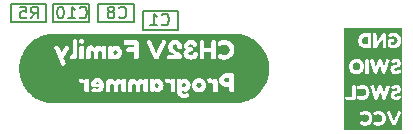
<source format=gbr>
%TF.GenerationSoftware,KiCad,Pcbnew,7.0.8*%
%TF.CreationDate,2024-02-27T09:09:56-06:00*%
%TF.ProjectId,CH32VClamp,43483332-5643-46c6-916d-702e6b696361,rev?*%
%TF.SameCoordinates,Original*%
%TF.FileFunction,Legend,Bot*%
%TF.FilePolarity,Positive*%
%FSLAX46Y46*%
G04 Gerber Fmt 4.6, Leading zero omitted, Abs format (unit mm)*
G04 Created by KiCad (PCBNEW 7.0.8) date 2024-02-27 09:09:56*
%MOMM*%
%LPD*%
G01*
G04 APERTURE LIST*
%ADD10C,0.150000*%
G04 APERTURE END LIST*
D10*
X195800000Y-81800000D02*
X198800000Y-81800000D01*
X198800000Y-83400000D01*
X195800000Y-83400000D01*
X195800000Y-81800000D01*
X184600000Y-81200000D02*
X187600000Y-81200000D01*
X187600000Y-82800000D01*
X184600000Y-82800000D01*
X184600000Y-81200000D01*
X188200000Y-81200000D02*
X191200000Y-81200000D01*
X191200000Y-82800000D01*
X188200000Y-82800000D01*
X188200000Y-81200000D01*
X192000000Y-81200000D02*
X195000000Y-81200000D01*
X195000000Y-82800000D01*
X192000000Y-82800000D01*
X192000000Y-81200000D01*
X193766666Y-82359580D02*
X193814285Y-82407200D01*
X193814285Y-82407200D02*
X193957142Y-82454819D01*
X193957142Y-82454819D02*
X194052380Y-82454819D01*
X194052380Y-82454819D02*
X194195237Y-82407200D01*
X194195237Y-82407200D02*
X194290475Y-82311961D01*
X194290475Y-82311961D02*
X194338094Y-82216723D01*
X194338094Y-82216723D02*
X194385713Y-82026247D01*
X194385713Y-82026247D02*
X194385713Y-81883390D01*
X194385713Y-81883390D02*
X194338094Y-81692914D01*
X194338094Y-81692914D02*
X194290475Y-81597676D01*
X194290475Y-81597676D02*
X194195237Y-81502438D01*
X194195237Y-81502438D02*
X194052380Y-81454819D01*
X194052380Y-81454819D02*
X193957142Y-81454819D01*
X193957142Y-81454819D02*
X193814285Y-81502438D01*
X193814285Y-81502438D02*
X193766666Y-81550057D01*
X193195237Y-81883390D02*
X193290475Y-81835771D01*
X193290475Y-81835771D02*
X193338094Y-81788152D01*
X193338094Y-81788152D02*
X193385713Y-81692914D01*
X193385713Y-81692914D02*
X193385713Y-81645295D01*
X193385713Y-81645295D02*
X193338094Y-81550057D01*
X193338094Y-81550057D02*
X193290475Y-81502438D01*
X193290475Y-81502438D02*
X193195237Y-81454819D01*
X193195237Y-81454819D02*
X193004761Y-81454819D01*
X193004761Y-81454819D02*
X192909523Y-81502438D01*
X192909523Y-81502438D02*
X192861904Y-81550057D01*
X192861904Y-81550057D02*
X192814285Y-81645295D01*
X192814285Y-81645295D02*
X192814285Y-81692914D01*
X192814285Y-81692914D02*
X192861904Y-81788152D01*
X192861904Y-81788152D02*
X192909523Y-81835771D01*
X192909523Y-81835771D02*
X193004761Y-81883390D01*
X193004761Y-81883390D02*
X193195237Y-81883390D01*
X193195237Y-81883390D02*
X193290475Y-81931009D01*
X193290475Y-81931009D02*
X193338094Y-81978628D01*
X193338094Y-81978628D02*
X193385713Y-82073866D01*
X193385713Y-82073866D02*
X193385713Y-82264342D01*
X193385713Y-82264342D02*
X193338094Y-82359580D01*
X193338094Y-82359580D02*
X193290475Y-82407200D01*
X193290475Y-82407200D02*
X193195237Y-82454819D01*
X193195237Y-82454819D02*
X193004761Y-82454819D01*
X193004761Y-82454819D02*
X192909523Y-82407200D01*
X192909523Y-82407200D02*
X192861904Y-82359580D01*
X192861904Y-82359580D02*
X192814285Y-82264342D01*
X192814285Y-82264342D02*
X192814285Y-82073866D01*
X192814285Y-82073866D02*
X192861904Y-81978628D01*
X192861904Y-81978628D02*
X192909523Y-81931009D01*
X192909523Y-81931009D02*
X193004761Y-81883390D01*
X197366666Y-82959580D02*
X197414285Y-83007200D01*
X197414285Y-83007200D02*
X197557142Y-83054819D01*
X197557142Y-83054819D02*
X197652380Y-83054819D01*
X197652380Y-83054819D02*
X197795237Y-83007200D01*
X197795237Y-83007200D02*
X197890475Y-82911961D01*
X197890475Y-82911961D02*
X197938094Y-82816723D01*
X197938094Y-82816723D02*
X197985713Y-82626247D01*
X197985713Y-82626247D02*
X197985713Y-82483390D01*
X197985713Y-82483390D02*
X197938094Y-82292914D01*
X197938094Y-82292914D02*
X197890475Y-82197676D01*
X197890475Y-82197676D02*
X197795237Y-82102438D01*
X197795237Y-82102438D02*
X197652380Y-82054819D01*
X197652380Y-82054819D02*
X197557142Y-82054819D01*
X197557142Y-82054819D02*
X197414285Y-82102438D01*
X197414285Y-82102438D02*
X197366666Y-82150057D01*
X196414285Y-83054819D02*
X196985713Y-83054819D01*
X196699999Y-83054819D02*
X196699999Y-82054819D01*
X196699999Y-82054819D02*
X196795237Y-82197676D01*
X196795237Y-82197676D02*
X196890475Y-82292914D01*
X196890475Y-82292914D02*
X196985713Y-82340533D01*
X190442857Y-82359580D02*
X190490476Y-82407200D01*
X190490476Y-82407200D02*
X190633333Y-82454819D01*
X190633333Y-82454819D02*
X190728571Y-82454819D01*
X190728571Y-82454819D02*
X190871428Y-82407200D01*
X190871428Y-82407200D02*
X190966666Y-82311961D01*
X190966666Y-82311961D02*
X191014285Y-82216723D01*
X191014285Y-82216723D02*
X191061904Y-82026247D01*
X191061904Y-82026247D02*
X191061904Y-81883390D01*
X191061904Y-81883390D02*
X191014285Y-81692914D01*
X191014285Y-81692914D02*
X190966666Y-81597676D01*
X190966666Y-81597676D02*
X190871428Y-81502438D01*
X190871428Y-81502438D02*
X190728571Y-81454819D01*
X190728571Y-81454819D02*
X190633333Y-81454819D01*
X190633333Y-81454819D02*
X190490476Y-81502438D01*
X190490476Y-81502438D02*
X190442857Y-81550057D01*
X189490476Y-82454819D02*
X190061904Y-82454819D01*
X189776190Y-82454819D02*
X189776190Y-81454819D01*
X189776190Y-81454819D02*
X189871428Y-81597676D01*
X189871428Y-81597676D02*
X189966666Y-81692914D01*
X189966666Y-81692914D02*
X190061904Y-81740533D01*
X188871428Y-81454819D02*
X188776190Y-81454819D01*
X188776190Y-81454819D02*
X188680952Y-81502438D01*
X188680952Y-81502438D02*
X188633333Y-81550057D01*
X188633333Y-81550057D02*
X188585714Y-81645295D01*
X188585714Y-81645295D02*
X188538095Y-81835771D01*
X188538095Y-81835771D02*
X188538095Y-82073866D01*
X188538095Y-82073866D02*
X188585714Y-82264342D01*
X188585714Y-82264342D02*
X188633333Y-82359580D01*
X188633333Y-82359580D02*
X188680952Y-82407200D01*
X188680952Y-82407200D02*
X188776190Y-82454819D01*
X188776190Y-82454819D02*
X188871428Y-82454819D01*
X188871428Y-82454819D02*
X188966666Y-82407200D01*
X188966666Y-82407200D02*
X189014285Y-82359580D01*
X189014285Y-82359580D02*
X189061904Y-82264342D01*
X189061904Y-82264342D02*
X189109523Y-82073866D01*
X189109523Y-82073866D02*
X189109523Y-81835771D01*
X189109523Y-81835771D02*
X189061904Y-81645295D01*
X189061904Y-81645295D02*
X189014285Y-81550057D01*
X189014285Y-81550057D02*
X188966666Y-81502438D01*
X188966666Y-81502438D02*
X188871428Y-81454819D01*
X186304166Y-82454819D02*
X186637499Y-81978628D01*
X186875594Y-82454819D02*
X186875594Y-81454819D01*
X186875594Y-81454819D02*
X186494642Y-81454819D01*
X186494642Y-81454819D02*
X186399404Y-81502438D01*
X186399404Y-81502438D02*
X186351785Y-81550057D01*
X186351785Y-81550057D02*
X186304166Y-81645295D01*
X186304166Y-81645295D02*
X186304166Y-81788152D01*
X186304166Y-81788152D02*
X186351785Y-81883390D01*
X186351785Y-81883390D02*
X186399404Y-81931009D01*
X186399404Y-81931009D02*
X186494642Y-81978628D01*
X186494642Y-81978628D02*
X186875594Y-81978628D01*
X185399404Y-81454819D02*
X185875594Y-81454819D01*
X185875594Y-81454819D02*
X185923213Y-81931009D01*
X185923213Y-81931009D02*
X185875594Y-81883390D01*
X185875594Y-81883390D02*
X185780356Y-81835771D01*
X185780356Y-81835771D02*
X185542261Y-81835771D01*
X185542261Y-81835771D02*
X185447023Y-81883390D01*
X185447023Y-81883390D02*
X185399404Y-81931009D01*
X185399404Y-81931009D02*
X185351785Y-82026247D01*
X185351785Y-82026247D02*
X185351785Y-82264342D01*
X185351785Y-82264342D02*
X185399404Y-82359580D01*
X185399404Y-82359580D02*
X185447023Y-82407200D01*
X185447023Y-82407200D02*
X185542261Y-82454819D01*
X185542261Y-82454819D02*
X185780356Y-82454819D01*
X185780356Y-82454819D02*
X185875594Y-82407200D01*
X185875594Y-82407200D02*
X185923213Y-82359580D01*
%TO.C,kibuzzard-65DCFFD3*%
G36*
X203669801Y-83741740D02*
G01*
X203814781Y-83752434D01*
X203959062Y-83770229D01*
X204102295Y-83795083D01*
X204244137Y-83826934D01*
X204384245Y-83865707D01*
X204522281Y-83911308D01*
X204657914Y-83963628D01*
X204790816Y-84022539D01*
X204920667Y-84087901D01*
X205047155Y-84159555D01*
X205169975Y-84237330D01*
X205288830Y-84321037D01*
X205403435Y-84410476D01*
X205513514Y-84505430D01*
X205618800Y-84605671D01*
X205719041Y-84710958D01*
X205813995Y-84821036D01*
X205903434Y-84935641D01*
X205987141Y-85054497D01*
X206064916Y-85177316D01*
X206136571Y-85303804D01*
X206201932Y-85433655D01*
X206260844Y-85566558D01*
X206313163Y-85702190D01*
X206358764Y-85840227D01*
X206397537Y-85980335D01*
X206429389Y-86122176D01*
X206454242Y-86265410D01*
X206472037Y-86409690D01*
X206482732Y-86554670D01*
X206486299Y-86700000D01*
X206482732Y-86845330D01*
X206472037Y-86990310D01*
X206454242Y-87134590D01*
X206429389Y-87277824D01*
X206397537Y-87419665D01*
X206358764Y-87559773D01*
X206313163Y-87697810D01*
X206260844Y-87833442D01*
X206201932Y-87966345D01*
X206136571Y-88096196D01*
X206064916Y-88222684D01*
X205987141Y-88345503D01*
X205903434Y-88464359D01*
X205813995Y-88578964D01*
X205719041Y-88689042D01*
X205618800Y-88794329D01*
X205513514Y-88894570D01*
X205403435Y-88989524D01*
X205288830Y-89078963D01*
X205169975Y-89162670D01*
X205047155Y-89240445D01*
X204920667Y-89312099D01*
X204790816Y-89377461D01*
X204657914Y-89436372D01*
X204522281Y-89488692D01*
X204384245Y-89534293D01*
X204244137Y-89573066D01*
X204102295Y-89604917D01*
X203959062Y-89629771D01*
X203814781Y-89647566D01*
X203669801Y-89658260D01*
X203524471Y-89661828D01*
X203524286Y-89661828D01*
X203299573Y-89661828D01*
X201917900Y-89661828D01*
X200538418Y-89661828D01*
X199846049Y-89661828D01*
X199257469Y-89661828D01*
X198322487Y-89661828D01*
X196554340Y-89661828D01*
X194711745Y-89661828D01*
X192848349Y-89661828D01*
X191891469Y-89661828D01*
X191035314Y-89661828D01*
X189760344Y-89661828D01*
X189029141Y-89661828D01*
X188275714Y-89661828D01*
X188275529Y-89661828D01*
X188130199Y-89658260D01*
X187985219Y-89647566D01*
X187840938Y-89629771D01*
X187697705Y-89604917D01*
X187555863Y-89573066D01*
X187415755Y-89534293D01*
X187277719Y-89488692D01*
X187142086Y-89436372D01*
X187009184Y-89377461D01*
X186879333Y-89312099D01*
X186752845Y-89240445D01*
X186630025Y-89162670D01*
X186511170Y-89078963D01*
X186396565Y-88989524D01*
X186286486Y-88894570D01*
X186181200Y-88794329D01*
X186080959Y-88689042D01*
X185986005Y-88578964D01*
X185896566Y-88464359D01*
X185812859Y-88345503D01*
X185735084Y-88222684D01*
X185663429Y-88096196D01*
X185598068Y-87966345D01*
X185539156Y-87833442D01*
X185490633Y-87707652D01*
X190345573Y-87707652D01*
X190387176Y-87860928D01*
X190507607Y-87944135D01*
X190583150Y-87926617D01*
X190678400Y-87909100D01*
X190788978Y-87950704D01*
X190840435Y-88051428D01*
X190840435Y-88511255D01*
X190843719Y-88586798D01*
X190864521Y-88644824D01*
X190923642Y-88687523D01*
X191035314Y-88701755D01*
X191186400Y-88664531D01*
X191225814Y-88570376D01*
X191225814Y-88506876D01*
X191225814Y-87986833D01*
X191368142Y-87986833D01*
X191384838Y-88103980D01*
X191434926Y-88186092D01*
X191582728Y-88250686D01*
X192101676Y-88250686D01*
X192029418Y-88353600D01*
X191884900Y-88395204D01*
X191771586Y-88388635D01*
X191685642Y-88368928D01*
X191661556Y-88360169D01*
X191573969Y-88336083D01*
X191453538Y-88434617D01*
X191425073Y-88535342D01*
X191454223Y-88620601D01*
X191541672Y-88681501D01*
X191687421Y-88718041D01*
X191891469Y-88730221D01*
X192044472Y-88716262D01*
X192179409Y-88674385D01*
X192291355Y-88609516D01*
X192375383Y-88526583D01*
X192386309Y-88509066D01*
X192655659Y-88509066D01*
X192658944Y-88584609D01*
X192679745Y-88642635D01*
X192736129Y-88686975D01*
X192848349Y-88701755D01*
X192959474Y-88686428D01*
X193016952Y-88640445D01*
X193035564Y-88582419D01*
X193038849Y-88506876D01*
X193038849Y-88123686D01*
X193072788Y-87980811D01*
X193174607Y-87933186D01*
X193278616Y-87983548D01*
X193305987Y-88125876D01*
X193305987Y-88509066D01*
X193309271Y-88585704D01*
X193330073Y-88642635D01*
X193388099Y-88686975D01*
X193500866Y-88701755D01*
X193611991Y-88686428D01*
X193669469Y-88640445D01*
X193688082Y-88582419D01*
X193691366Y-88506876D01*
X193691366Y-88123686D01*
X193725306Y-87980811D01*
X193827125Y-87933186D01*
X193925659Y-87980811D01*
X193958504Y-88123686D01*
X193958504Y-88511255D01*
X193961788Y-88586798D01*
X193982590Y-88644824D01*
X194041711Y-88687523D01*
X194153383Y-88701755D01*
X194264508Y-88686975D01*
X194321987Y-88642635D01*
X194340599Y-88585704D01*
X194343883Y-88509066D01*
X194519056Y-88509066D01*
X194522340Y-88584609D01*
X194543142Y-88642635D01*
X194599525Y-88686975D01*
X194711745Y-88701755D01*
X194822870Y-88686428D01*
X194880349Y-88640445D01*
X194898961Y-88582419D01*
X194902245Y-88506876D01*
X194902245Y-88123686D01*
X194936185Y-87980811D01*
X195038004Y-87933186D01*
X195142013Y-87983548D01*
X195169383Y-88125876D01*
X195169383Y-88509066D01*
X195172668Y-88585704D01*
X195193469Y-88642635D01*
X195251495Y-88686975D01*
X195364263Y-88701755D01*
X195475388Y-88686428D01*
X195532866Y-88640445D01*
X195551478Y-88582419D01*
X195554763Y-88506876D01*
X195554763Y-88123686D01*
X195588702Y-87980811D01*
X195690521Y-87933186D01*
X195789056Y-87980811D01*
X195821900Y-88123686D01*
X195821900Y-88511255D01*
X195825185Y-88586798D01*
X195845987Y-88644824D01*
X195905107Y-88687523D01*
X196016780Y-88701755D01*
X196127905Y-88686975D01*
X196185383Y-88642635D01*
X196203995Y-88585704D01*
X196207280Y-88509066D01*
X196207280Y-88506876D01*
X196382452Y-88506876D01*
X196385737Y-88582419D01*
X196404349Y-88640445D01*
X196554340Y-88697376D01*
X196714185Y-88667816D01*
X196761263Y-88581324D01*
X196869377Y-88668363D01*
X197031685Y-88697376D01*
X197154914Y-88678156D01*
X197272060Y-88620495D01*
X197383125Y-88524393D01*
X197473144Y-88402867D01*
X197527155Y-88268934D01*
X197545159Y-88122592D01*
X197527034Y-87976371D01*
X197472657Y-87842802D01*
X197382030Y-87721885D01*
X197365295Y-87707652D01*
X197632745Y-87707652D01*
X197674349Y-87860928D01*
X197794780Y-87944135D01*
X197870323Y-87926617D01*
X197965573Y-87909100D01*
X198076150Y-87950704D01*
X198127607Y-88051428D01*
X198127607Y-88511255D01*
X198130892Y-88586798D01*
X198151694Y-88644824D01*
X198210814Y-88687523D01*
X198322487Y-88701755D01*
X198473573Y-88664531D01*
X198484572Y-88638255D01*
X198688159Y-88638255D01*
X198707623Y-88795302D01*
X198766014Y-88930696D01*
X198863332Y-89044436D01*
X198984979Y-89130198D01*
X199116358Y-89181655D01*
X199257469Y-89198807D01*
X199420051Y-89178553D01*
X199574969Y-89117790D01*
X199688284Y-89040605D01*
X199726056Y-88971083D01*
X199660366Y-88819997D01*
X199595771Y-88756497D01*
X199542125Y-88738980D01*
X199478625Y-88765255D01*
X199369142Y-88826018D01*
X199250900Y-88846273D01*
X199115142Y-88780583D01*
X199062590Y-88622928D01*
X199062590Y-88557238D01*
X199170431Y-88639350D01*
X199327538Y-88666721D01*
X199446145Y-88648109D01*
X199559642Y-88592273D01*
X199668030Y-88499212D01*
X199756224Y-88381336D01*
X199809141Y-88251051D01*
X199824885Y-88123686D01*
X199936263Y-88123686D01*
X199959801Y-88295301D01*
X200030418Y-88446661D01*
X200134700Y-88569281D01*
X200259237Y-88654678D01*
X200396364Y-88704766D01*
X200538418Y-88721462D01*
X200680745Y-88703671D01*
X200818694Y-88650298D01*
X200943778Y-88562165D01*
X201047513Y-88440092D01*
X201117308Y-88292016D01*
X201140573Y-88125876D01*
X201120136Y-87960922D01*
X201058826Y-87816405D01*
X200969265Y-87707652D01*
X201228159Y-87707652D01*
X201269763Y-87860928D01*
X201390194Y-87944135D01*
X201465737Y-87926617D01*
X201560987Y-87909100D01*
X201671564Y-87950704D01*
X201723021Y-88051428D01*
X201723021Y-88511255D01*
X201726306Y-88586798D01*
X201747107Y-88644824D01*
X201806228Y-88687523D01*
X201917900Y-88701755D01*
X202068987Y-88664531D01*
X202108400Y-88570376D01*
X202108400Y-88506876D01*
X202108400Y-87738307D01*
X202105830Y-87679186D01*
X202250728Y-87679186D01*
X202264961Y-87814671D01*
X202307659Y-87936471D01*
X202372801Y-88039658D01*
X202454366Y-88119307D01*
X202576987Y-88197162D01*
X202702527Y-88243874D01*
X202830987Y-88259445D01*
X203104694Y-88259445D01*
X203104694Y-88506876D01*
X203107978Y-88582419D01*
X203128780Y-88640445D01*
X203186806Y-88684786D01*
X203299573Y-88699566D01*
X203421099Y-88679311D01*
X203479125Y-88618548D01*
X203492263Y-88504686D01*
X203492263Y-87289428D01*
X203488978Y-87213885D01*
X203468176Y-87155859D01*
X203410150Y-87111518D01*
X203297383Y-87096738D01*
X202828797Y-87096738D01*
X202701554Y-87112309D01*
X202674180Y-87122554D01*
X202576743Y-87159022D01*
X202454366Y-87236876D01*
X202372801Y-87316798D01*
X202307659Y-87420807D01*
X202264961Y-87543428D01*
X202250728Y-87679186D01*
X202105830Y-87679186D01*
X202105116Y-87662764D01*
X202086504Y-87606928D01*
X202028478Y-87562587D01*
X201915711Y-87547807D01*
X201808965Y-87560398D01*
X201751487Y-87598169D01*
X201727400Y-87670428D01*
X201695650Y-87633204D01*
X201606969Y-87574083D01*
X201487633Y-87536859D01*
X201401142Y-87542333D01*
X201324504Y-87560945D01*
X201255530Y-87605833D01*
X201228159Y-87707652D01*
X200969265Y-87707652D01*
X200956642Y-87692324D01*
X200828182Y-87597439D01*
X200803946Y-87587593D01*
X200688044Y-87540508D01*
X200536228Y-87521531D01*
X200384655Y-87540387D01*
X200245247Y-87596953D01*
X200118004Y-87691230D01*
X200017036Y-87814702D01*
X199956456Y-87958854D01*
X199936263Y-88123686D01*
X199824885Y-88123686D01*
X199826780Y-88108359D01*
X199809019Y-87965545D01*
X199755738Y-87834895D01*
X199666935Y-87716411D01*
X199556966Y-87622742D01*
X199440184Y-87566541D01*
X199316590Y-87547807D01*
X199180832Y-87575178D01*
X199096530Y-87625540D01*
X199060400Y-87668238D01*
X199015513Y-87575178D01*
X198891797Y-87543428D01*
X198766987Y-87556566D01*
X198711150Y-87601454D01*
X198691444Y-87657290D01*
X198688159Y-87731738D01*
X198688159Y-88638255D01*
X198484572Y-88638255D01*
X198512987Y-88570376D01*
X198512987Y-88506876D01*
X198512987Y-87738307D01*
X198509702Y-87662764D01*
X198491090Y-87606928D01*
X198433064Y-87562587D01*
X198320297Y-87547807D01*
X198213551Y-87560398D01*
X198156073Y-87598169D01*
X198131987Y-87670428D01*
X198100237Y-87633204D01*
X198045824Y-87596928D01*
X198011556Y-87574083D01*
X197892219Y-87536859D01*
X197805728Y-87542333D01*
X197729090Y-87560945D01*
X197660116Y-87605833D01*
X197632745Y-87707652D01*
X197365295Y-87707652D01*
X197269749Y-87626391D01*
X197150413Y-87569095D01*
X197024021Y-87549997D01*
X196930129Y-87568169D01*
X196888263Y-87576273D01*
X196802866Y-87625540D01*
X196763452Y-87670428D01*
X196713638Y-87578462D01*
X196590469Y-87547807D01*
X196463469Y-87560945D01*
X196405444Y-87606928D01*
X196385737Y-87664954D01*
X196382452Y-87740497D01*
X196382452Y-88506876D01*
X196207280Y-88506876D01*
X196207280Y-87738307D01*
X196203995Y-87662764D01*
X196183194Y-87606928D01*
X196127905Y-87562587D01*
X196027728Y-87547807D01*
X195867883Y-87587221D01*
X195830659Y-87701083D01*
X195717344Y-87584484D01*
X195583228Y-87545617D01*
X195446983Y-87566784D01*
X195336040Y-87630284D01*
X195250400Y-87736117D01*
X195225471Y-87706485D01*
X195192375Y-87667143D01*
X195083987Y-87588316D01*
X194930711Y-87545617D01*
X194769771Y-87579283D01*
X194637297Y-87680281D01*
X194571607Y-87789642D01*
X194532194Y-87938174D01*
X194519056Y-88125876D01*
X194519056Y-88509066D01*
X194343883Y-88509066D01*
X194343883Y-87738307D01*
X194340599Y-87662764D01*
X194319797Y-87606928D01*
X194264508Y-87562587D01*
X194164332Y-87547807D01*
X194004487Y-87587221D01*
X193967263Y-87701083D01*
X193853948Y-87584484D01*
X193719832Y-87545617D01*
X193583586Y-87566784D01*
X193472644Y-87630284D01*
X193387004Y-87736117D01*
X193328978Y-87667143D01*
X193220590Y-87588316D01*
X193067314Y-87545617D01*
X193032975Y-87552801D01*
X192906375Y-87579283D01*
X192773900Y-87680281D01*
X192708211Y-87789642D01*
X192668797Y-87938174D01*
X192655659Y-88125876D01*
X192655659Y-88509066D01*
X192386309Y-88509066D01*
X192452021Y-88403719D01*
X192498004Y-88271610D01*
X192513332Y-88130255D01*
X192493503Y-87958611D01*
X192434017Y-87811539D01*
X192334875Y-87689040D01*
X192206050Y-87597196D01*
X192057518Y-87542090D01*
X191889280Y-87523721D01*
X191747226Y-87537133D01*
X191625426Y-87577367D01*
X191523881Y-87644426D01*
X191442590Y-87738307D01*
X191386754Y-87857370D01*
X191368142Y-87986833D01*
X191225814Y-87986833D01*
X191225814Y-87738307D01*
X191222530Y-87662764D01*
X191203918Y-87606928D01*
X191162741Y-87575463D01*
X191145892Y-87562587D01*
X191033125Y-87547807D01*
X190926379Y-87560398D01*
X190868900Y-87598169D01*
X190844814Y-87670428D01*
X190813064Y-87633204D01*
X190724383Y-87574083D01*
X190605047Y-87536859D01*
X190596004Y-87537431D01*
X190518556Y-87542333D01*
X190441918Y-87560945D01*
X190372944Y-87605833D01*
X190345573Y-87707652D01*
X185490633Y-87707652D01*
X185486837Y-87697810D01*
X185441236Y-87559773D01*
X185402463Y-87419665D01*
X185370611Y-87277824D01*
X185345758Y-87134590D01*
X185327963Y-86990310D01*
X185317268Y-86845330D01*
X185313701Y-86700000D01*
X185317268Y-86554670D01*
X185327963Y-86409690D01*
X185345758Y-86265410D01*
X185370611Y-86122176D01*
X185402463Y-85980335D01*
X185441236Y-85840227D01*
X185486837Y-85702190D01*
X185539156Y-85566558D01*
X185598068Y-85433655D01*
X185663429Y-85303804D01*
X185735084Y-85177316D01*
X185812859Y-85054497D01*
X185896566Y-84935641D01*
X185919913Y-84905725D01*
X188275714Y-84905725D01*
X188293494Y-84981290D01*
X188311274Y-85019073D01*
X188893569Y-86321458D01*
X188923572Y-86385910D01*
X188962466Y-86428138D01*
X189029141Y-86448140D01*
X189146934Y-86414803D01*
X189245279Y-86351462D01*
X189278061Y-86277008D01*
X189264726Y-86225196D01*
X189224721Y-86123100D01*
X189158046Y-85970720D01*
X189064701Y-85768055D01*
X189087145Y-85730273D01*
X189618104Y-85730273D01*
X189629216Y-85843065D01*
X189662554Y-85901405D01*
X189760344Y-85924742D01*
X189938144Y-85914740D01*
X190079272Y-85875291D01*
X190160394Y-85801393D01*
X190183914Y-85730273D01*
X190400424Y-85730273D01*
X190403757Y-85806949D01*
X190424871Y-85865845D01*
X190482101Y-85909184D01*
X190596004Y-85923630D01*
X190708796Y-85908629D01*
X190767136Y-85863623D01*
X190786027Y-85805838D01*
X190789361Y-85728050D01*
X190967161Y-85728050D01*
X190970495Y-85804727D01*
X190991609Y-85863623D01*
X191048838Y-85908629D01*
X191162741Y-85923630D01*
X191275533Y-85908073D01*
X191333874Y-85861400D01*
X191352765Y-85802504D01*
X191356099Y-85725828D01*
X191356099Y-85336890D01*
X191390547Y-85191872D01*
X191493894Y-85143533D01*
X191599462Y-85194650D01*
X191627244Y-85339113D01*
X191627244Y-85728050D01*
X191630577Y-85805838D01*
X191651691Y-85863623D01*
X191710587Y-85908629D01*
X191825046Y-85923630D01*
X191937838Y-85908073D01*
X191996179Y-85861400D01*
X192015070Y-85802504D01*
X192018404Y-85725828D01*
X192018404Y-85336890D01*
X192052852Y-85191872D01*
X192156199Y-85143533D01*
X192256211Y-85191872D01*
X192289549Y-85336890D01*
X192289549Y-85730273D01*
X192292882Y-85806949D01*
X192313996Y-85865845D01*
X192374004Y-85909184D01*
X192487351Y-85923630D01*
X192600143Y-85908629D01*
X192658484Y-85863623D01*
X192677375Y-85805838D01*
X192680709Y-85728050D01*
X192680709Y-85725828D01*
X192858509Y-85725828D01*
X192861842Y-85802504D01*
X192880734Y-85861400D01*
X192934352Y-85904739D01*
X193032975Y-85919185D01*
X193195217Y-85889182D01*
X193243001Y-85801393D01*
X193352737Y-85889737D01*
X193517480Y-85919185D01*
X193642557Y-85899677D01*
X193761461Y-85841151D01*
X193874191Y-85743608D01*
X193965561Y-85620259D01*
X194020382Y-85484316D01*
X194038656Y-85335779D01*
X194020259Y-85187366D01*
X193965067Y-85051793D01*
X193873080Y-84929062D01*
X193759115Y-84832136D01*
X193637989Y-84773981D01*
X193509701Y-84754595D01*
X193371906Y-84781265D01*
X193285229Y-84831272D01*
X193245224Y-84876833D01*
X193194662Y-84783488D01*
X193069646Y-84752373D01*
X192940741Y-84765708D01*
X192881845Y-84812380D01*
X192861842Y-84871277D01*
X192858509Y-84947953D01*
X192858509Y-85725828D01*
X192680709Y-85725828D01*
X192680709Y-84945730D01*
X192677375Y-84869054D01*
X192656261Y-84812380D01*
X192600143Y-84767375D01*
X192498464Y-84752373D01*
X192336221Y-84792378D01*
X192298439Y-84907948D01*
X192183424Y-84789600D01*
X192047296Y-84750150D01*
X191909007Y-84771635D01*
X191796401Y-84836087D01*
X191709476Y-84943508D01*
X191650580Y-84873499D01*
X191540566Y-84793489D01*
X191384991Y-84750150D01*
X191221637Y-84784321D01*
X191087176Y-84886834D01*
X191020501Y-84997836D01*
X190980496Y-85148595D01*
X190967161Y-85339113D01*
X190967161Y-85728050D01*
X190789361Y-85728050D01*
X190789361Y-84947953D01*
X190786027Y-84871277D01*
X190767136Y-84812380D01*
X190708240Y-84769042D01*
X190594892Y-84754736D01*
X190593781Y-84754595D01*
X190442651Y-84792378D01*
X190402646Y-84887945D01*
X190400424Y-84952398D01*
X190400424Y-85730273D01*
X190183914Y-85730273D01*
X190207066Y-85660264D01*
X190222624Y-85454683D01*
X190222624Y-84401218D01*
X190400424Y-84401218D01*
X190403757Y-84477894D01*
X190423760Y-84535679D01*
X190482656Y-84581240D01*
X190594892Y-84594575D01*
X190707129Y-84581240D01*
X190766025Y-84534568D01*
X190780366Y-84492340D01*
X194149781Y-84492340D01*
X194163116Y-84605688D01*
X194209789Y-84664584D01*
X194268685Y-84684587D01*
X194347584Y-84687920D01*
X195027669Y-84687920D01*
X195027669Y-84912393D01*
X194589836Y-84912393D01*
X194510937Y-84915727D01*
X194452041Y-84936840D01*
X194408702Y-84997404D01*
X194394256Y-85112418D01*
X194415370Y-85236322D01*
X194478711Y-85296885D01*
X194592059Y-85307998D01*
X195027669Y-85307998D01*
X195027669Y-85728050D01*
X195031002Y-85805838D01*
X195052116Y-85863623D01*
X195111012Y-85908629D01*
X195225471Y-85923630D01*
X195348820Y-85902517D01*
X195407716Y-85839175D01*
X195421051Y-85725828D01*
X195421051Y-84490118D01*
X195413152Y-84461225D01*
X196105581Y-84461225D01*
X196138919Y-84567905D01*
X196752329Y-85812505D01*
X196826782Y-85891404D01*
X196930129Y-85921408D01*
X196952354Y-85921408D01*
X197057922Y-85891404D01*
X197132376Y-85812505D01*
X197172357Y-85731384D01*
X197845799Y-85731384D01*
X197860245Y-85843620D01*
X197908029Y-85901405D01*
X198045824Y-85928075D01*
X198914821Y-85928075D01*
X199052616Y-85868068D01*
X199110401Y-85728050D01*
X199089565Y-85612758D01*
X199027057Y-85506912D01*
X198935102Y-85413011D01*
X198925177Y-85405788D01*
X199221526Y-85405788D01*
X199241282Y-85555066D01*
X199300548Y-85685823D01*
X199399326Y-85798059D01*
X199527984Y-85883872D01*
X199676892Y-85935360D01*
X199846049Y-85952523D01*
X200013971Y-85935237D01*
X200162138Y-85883378D01*
X200290549Y-85796948D01*
X200353334Y-85727495D01*
X200354372Y-85725828D01*
X200606144Y-85725828D01*
X200609477Y-85802504D01*
X200630591Y-85861400D01*
X200689487Y-85906406D01*
X200803946Y-85921408D01*
X200927295Y-85900850D01*
X200986191Y-85839175D01*
X200999526Y-85723605D01*
X200999526Y-85272438D01*
X201588489Y-85272438D01*
X201588489Y-85725828D01*
X201591822Y-85802504D01*
X201612936Y-85861400D01*
X201671832Y-85906406D01*
X201786291Y-85921408D01*
X201909640Y-85900850D01*
X201968536Y-85839175D01*
X201981871Y-85723605D01*
X201981871Y-84553459D01*
X202126334Y-84553459D01*
X202173006Y-84676808D01*
X202255239Y-84766819D01*
X202328581Y-84796823D01*
X202441929Y-84747928D01*
X202550831Y-84691254D01*
X202690849Y-84672363D01*
X202834200Y-84697366D01*
X202975329Y-84772375D01*
X203086454Y-84910170D01*
X203119791Y-85004904D01*
X203130904Y-85111307D01*
X203119791Y-85217709D01*
X203086454Y-85312443D01*
X202973106Y-85452460D01*
X202834756Y-85525803D01*
X202690849Y-85550250D01*
X202560832Y-85532470D01*
X202473044Y-85496910D01*
X202433039Y-85468018D01*
X202326359Y-85423568D01*
X202254683Y-85454683D01*
X202177451Y-85548028D01*
X202128556Y-85672488D01*
X202158560Y-85750275D01*
X202228569Y-85805838D01*
X202305245Y-85852510D01*
X202455264Y-85910295D01*
X202566667Y-85936965D01*
X202674180Y-85945855D01*
X202780304Y-85938910D01*
X202887540Y-85918074D01*
X202996998Y-85880847D01*
X203109790Y-85824729D01*
X203218415Y-85751942D01*
X203315371Y-85664709D01*
X203398437Y-85556918D01*
X203465390Y-85422457D01*
X203509562Y-85268271D01*
X203524286Y-85101305D01*
X203509840Y-84936007D01*
X203466501Y-84786822D01*
X203400660Y-84657917D01*
X203318705Y-84553459D01*
X203222304Y-84468726D01*
X203113124Y-84398995D01*
X202967673Y-84332320D01*
X202821729Y-84292315D01*
X202675291Y-84278980D01*
X202570000Y-84287037D01*
X202463042Y-84311207D01*
X202299689Y-84376770D01*
X202246349Y-84407885D01*
X202184119Y-84447890D01*
X202126334Y-84553459D01*
X201981871Y-84553459D01*
X201981871Y-84490118D01*
X201978537Y-84413442D01*
X201957424Y-84354545D01*
X201898527Y-84309540D01*
X201784069Y-84294538D01*
X201660164Y-84315096D01*
X201599601Y-84376770D01*
X201588489Y-84492340D01*
X201588489Y-84945730D01*
X200999526Y-84945730D01*
X200999526Y-84490118D01*
X200996192Y-84413442D01*
X200975079Y-84354545D01*
X200915071Y-84307873D01*
X200808391Y-84294538D01*
X200706156Y-84305650D01*
X200648371Y-84332320D01*
X200617256Y-84376770D01*
X200606144Y-84492340D01*
X200606144Y-85725828D01*
X200354372Y-85725828D01*
X200408341Y-85639150D01*
X200432789Y-85581365D01*
X200437234Y-85559140D01*
X200461681Y-85439125D01*
X200407230Y-85342447D01*
X200243876Y-85310220D01*
X200126084Y-85332445D01*
X200059409Y-85448015D01*
X199937171Y-85554695D01*
X199843826Y-85568030D01*
X199741591Y-85556084D01*
X199670471Y-85520247D01*
X199614909Y-85412455D01*
X199669360Y-85306887D01*
X199798265Y-85261325D01*
X199899389Y-85256880D01*
X199957174Y-85234655D01*
X200002179Y-85177426D01*
X200017181Y-85063523D01*
X199996623Y-84939619D01*
X199934949Y-84879055D01*
X199819379Y-84867943D01*
X199692696Y-84846274D01*
X199650469Y-84781265D01*
X199694919Y-84692365D01*
X199818267Y-84650138D01*
X199943839Y-84676808D01*
X200001624Y-84730148D01*
X200014959Y-84756818D01*
X200077189Y-84840162D01*
X200161644Y-84867943D01*
X200283881Y-84827938D01*
X200367225Y-84758485D01*
X200395006Y-84679030D01*
X200343889Y-84527900D01*
X200294994Y-84457892D01*
X200202760Y-84370103D01*
X200056075Y-84301205D01*
X199956340Y-84277869D01*
X199846049Y-84270090D01*
X199676645Y-84287376D01*
X199532923Y-84339235D01*
X199414884Y-84425665D01*
X199327218Y-84533704D01*
X199274619Y-84650385D01*
X199257086Y-84775709D01*
X199276348Y-84893378D01*
X199334133Y-84987094D01*
X199430441Y-85056855D01*
X199430441Y-85072413D01*
X199364877Y-85120197D01*
X199294869Y-85192428D01*
X199239862Y-85292440D01*
X199221526Y-85405788D01*
X198925177Y-85405788D01*
X198825921Y-85333557D01*
X198708129Y-85261881D01*
X198590336Y-85191317D01*
X198481156Y-85116585D01*
X198389200Y-85032408D01*
X198326692Y-84940730D01*
X198305856Y-84843495D01*
X198321414Y-84786822D01*
X198355862Y-84726814D01*
X198414759Y-84683475D01*
X198525884Y-84663473D01*
X198649232Y-84715702D01*
X198708129Y-84819048D01*
X198717019Y-84870165D01*
X198717019Y-84883500D01*
X198720352Y-84956843D01*
X198741466Y-85012405D01*
X198801474Y-85052410D01*
X198914821Y-85065745D01*
X199038726Y-85044632D01*
X199099289Y-84981290D01*
X199110401Y-84867943D01*
X199092004Y-84719159D01*
X199036812Y-84580993D01*
X198944825Y-84453447D01*
X198823081Y-84351582D01*
X198678619Y-84290463D01*
X198511437Y-84270090D01*
X198344133Y-84290710D01*
X198199300Y-84352570D01*
X198076939Y-84455669D01*
X197984335Y-84585191D01*
X197928772Y-84726320D01*
X197910251Y-84879055D01*
X197924142Y-85002404D01*
X197965814Y-85119085D01*
X198026932Y-85221320D01*
X198099164Y-85301330D01*
X198254739Y-85424124D01*
X198392534Y-85499133D01*
X198448096Y-85521358D01*
X198448096Y-85532470D01*
X198041379Y-85532470D01*
X197911362Y-85553584D01*
X197859134Y-85618037D01*
X197845799Y-85731384D01*
X197172357Y-85731384D01*
X197745786Y-84567905D01*
X197779124Y-84461225D01*
X197746342Y-84386772D01*
X197647996Y-84318985D01*
X197535760Y-84281203D01*
X197476864Y-84290093D01*
X197439081Y-84321208D01*
X197402410Y-84380104D01*
X197372684Y-84442334D01*
X197316844Y-84564572D01*
X197245446Y-84721536D01*
X197169047Y-84887945D01*
X197092371Y-85054355D01*
X197020140Y-85211319D01*
X196965411Y-85329945D01*
X196941241Y-85381340D01*
X196496741Y-84407885D01*
X196465626Y-84341210D01*
X196367836Y-84281203D01*
X196236709Y-84318985D01*
X196138363Y-84386772D01*
X196105581Y-84461225D01*
X195413152Y-84461225D01*
X195378824Y-84335654D01*
X195218804Y-84294538D01*
X194343139Y-84294538D01*
X194266462Y-84297872D01*
X194208677Y-84318985D01*
X194163116Y-84378993D01*
X194149781Y-84492340D01*
X190780366Y-84492340D01*
X190786027Y-84475672D01*
X190789361Y-84398995D01*
X190786027Y-84322319D01*
X190767136Y-84265645D01*
X190708240Y-84220640D01*
X190593781Y-84205638D01*
X190481545Y-84220640D01*
X190424871Y-84265645D01*
X190403757Y-84324542D01*
X190400424Y-84401218D01*
X190222624Y-84401218D01*
X190222624Y-84396773D01*
X190219290Y-84320097D01*
X190200399Y-84261200D01*
X190141502Y-84216195D01*
X190027044Y-84201193D01*
X189917030Y-84216195D01*
X189858134Y-84261200D01*
X189837020Y-84321208D01*
X189833686Y-84398995D01*
X189833686Y-85428013D01*
X189820351Y-85529137D01*
X189761455Y-85550250D01*
X189700336Y-85553584D01*
X189662554Y-85572475D01*
X189618104Y-85730273D01*
X189087145Y-85730273D01*
X189506979Y-85023518D01*
X189551429Y-84914615D01*
X189521425Y-84843495D01*
X189431414Y-84772375D01*
X189313621Y-84727925D01*
X189244724Y-84745705D01*
X189205830Y-84782377D01*
X189169159Y-84843495D01*
X189083592Y-84989069D01*
X189011361Y-85111430D01*
X188941352Y-85228111D01*
X188873566Y-85339113D01*
X188838006Y-85252713D01*
X188753551Y-85064634D01*
X188669930Y-84881556D01*
X188636870Y-84810158D01*
X188611311Y-84772375D01*
X188530190Y-84734593D01*
X188406841Y-84765708D01*
X188308496Y-84829605D01*
X188275714Y-84905725D01*
X185919913Y-84905725D01*
X185986005Y-84821036D01*
X186080959Y-84710958D01*
X186181200Y-84605671D01*
X186286486Y-84505430D01*
X186396565Y-84410476D01*
X186511170Y-84321037D01*
X186630025Y-84237330D01*
X186752845Y-84159555D01*
X186879333Y-84087901D01*
X187009184Y-84022539D01*
X187142086Y-83963628D01*
X187277719Y-83911308D01*
X187415755Y-83865707D01*
X187555863Y-83826934D01*
X187697705Y-83795083D01*
X187840938Y-83770229D01*
X187985219Y-83752434D01*
X188130199Y-83741740D01*
X188275529Y-83738172D01*
X188275714Y-83738172D01*
X203524286Y-83738172D01*
X203524471Y-83738172D01*
X203669801Y-83741740D01*
G37*
G36*
X203104694Y-87871876D02*
G01*
X202828797Y-87871876D01*
X202699607Y-87823704D01*
X202636107Y-87679186D01*
X202699607Y-87533574D01*
X202830987Y-87484307D01*
X203104694Y-87484307D01*
X203104694Y-87871876D01*
G37*
G36*
X200685125Y-87961652D02*
G01*
X200736034Y-88029258D01*
X200753004Y-88122592D01*
X200735487Y-88215652D01*
X200682935Y-88282436D01*
X200540607Y-88336083D01*
X200396090Y-88281342D01*
X200341896Y-88213462D01*
X200323832Y-88119307D01*
X200340801Y-88025699D01*
X200391711Y-87959462D01*
X200538418Y-87906911D01*
X200685125Y-87961652D01*
G37*
G36*
X193595267Y-85203540D02*
G01*
X193649719Y-85339113D01*
X193591934Y-85471352D01*
X193451916Y-85530248D01*
X193315232Y-85470240D01*
X193260781Y-85338002D01*
X193313010Y-85203540D01*
X193453027Y-85141310D01*
X193595267Y-85203540D01*
G37*
G36*
X197108323Y-87992307D02*
G01*
X197161969Y-88125876D01*
X197105038Y-88256161D01*
X196967090Y-88314186D01*
X196832426Y-88255066D01*
X196778780Y-88124781D01*
X196830237Y-87992307D01*
X196968185Y-87930997D01*
X197108323Y-87992307D01*
G37*
G36*
X199399797Y-87979169D02*
G01*
X199452349Y-88109454D01*
X199396513Y-88237548D01*
X199260754Y-88294480D01*
X199128280Y-88236454D01*
X199075728Y-88109454D01*
X199126090Y-87980264D01*
X199261849Y-87920048D01*
X199399797Y-87979169D01*
G37*
G36*
X192035987Y-87927712D02*
G01*
X192106056Y-88051428D01*
X191830159Y-88051428D01*
X191746952Y-87981359D01*
X191785271Y-87900342D01*
X191894754Y-87869686D01*
X192035987Y-87927712D01*
G37*
%TO.C,kibuzzard-65DCFED4*%
G36*
X217753268Y-91897727D02*
G01*
X217680508Y-91897727D01*
X217042166Y-91897727D01*
X215716185Y-91897727D01*
X214581541Y-91897727D01*
X213870705Y-91897727D01*
X213044951Y-91897727D01*
X212919492Y-91897727D01*
X212846732Y-91897727D01*
X212846732Y-90487011D01*
X214169626Y-90487011D01*
X214204718Y-90579754D01*
X214266547Y-90647432D01*
X214321692Y-90669991D01*
X214406916Y-90633228D01*
X214488797Y-90590616D01*
X214594074Y-90576412D01*
X214701856Y-90595211D01*
X214807968Y-90651609D01*
X214891521Y-90755215D01*
X214916587Y-90826443D01*
X214924942Y-90906445D01*
X214916587Y-90986447D01*
X214891521Y-91057675D01*
X214806297Y-91162952D01*
X214702274Y-91218096D01*
X214594074Y-91236478D01*
X214496317Y-91223109D01*
X214430310Y-91196373D01*
X214400231Y-91174649D01*
X214320021Y-91141228D01*
X214266129Y-91164623D01*
X214208060Y-91234807D01*
X214171297Y-91328386D01*
X214193856Y-91386873D01*
X214246495Y-91428649D01*
X214304146Y-91463741D01*
X214416942Y-91507188D01*
X214500703Y-91527241D01*
X214581541Y-91533925D01*
X214661333Y-91528703D01*
X214741962Y-91513037D01*
X214824261Y-91485047D01*
X214909067Y-91442853D01*
X214990740Y-91388126D01*
X215063639Y-91322537D01*
X215126095Y-91241491D01*
X215176435Y-91140392D01*
X215209648Y-91024463D01*
X215220718Y-90898925D01*
X215209856Y-90774641D01*
X215177271Y-90662471D01*
X215127766Y-90565550D01*
X215066146Y-90487011D01*
X215304271Y-90487011D01*
X215339363Y-90579754D01*
X215401192Y-90647432D01*
X215456337Y-90669991D01*
X215541560Y-90633228D01*
X215623442Y-90590616D01*
X215728718Y-90576412D01*
X215836501Y-90595211D01*
X215942613Y-90651609D01*
X216026166Y-90755215D01*
X216051231Y-90826443D01*
X216059587Y-90906445D01*
X216051231Y-90986447D01*
X216026166Y-91057675D01*
X215940942Y-91162952D01*
X215836919Y-91218096D01*
X215728718Y-91236478D01*
X215630962Y-91223109D01*
X215564955Y-91196373D01*
X215534876Y-91174649D01*
X215454666Y-91141228D01*
X215400774Y-91164623D01*
X215342705Y-91234807D01*
X215305942Y-91328386D01*
X215328501Y-91386873D01*
X215381139Y-91428649D01*
X215438791Y-91463741D01*
X215551587Y-91507188D01*
X215635348Y-91527241D01*
X215716185Y-91533925D01*
X215795978Y-91528703D01*
X215876606Y-91513037D01*
X215958906Y-91485047D01*
X216043712Y-91442853D01*
X216125384Y-91388126D01*
X216198284Y-91322537D01*
X216260740Y-91241491D01*
X216311080Y-91140392D01*
X216344292Y-91024463D01*
X216355363Y-90898925D01*
X216344501Y-90774641D01*
X216311916Y-90662471D01*
X216262411Y-90565550D01*
X216200791Y-90487011D01*
X216128309Y-90423302D01*
X216119478Y-90417662D01*
X216422205Y-90417662D01*
X216447271Y-90497873D01*
X216908481Y-91433662D01*
X216964462Y-91492984D01*
X217042166Y-91515544D01*
X217058876Y-91515544D01*
X217138251Y-91492984D01*
X217194231Y-91433662D01*
X217655442Y-90497873D01*
X217680508Y-90417662D01*
X217655860Y-90361682D01*
X217581916Y-90310715D01*
X217497527Y-90282307D01*
X217453245Y-90288991D01*
X217424837Y-90312386D01*
X217397264Y-90356669D01*
X217374914Y-90403458D01*
X217332929Y-90495366D01*
X217279246Y-90613384D01*
X217221804Y-90738504D01*
X217212216Y-90759314D01*
X217164152Y-90863624D01*
X217109843Y-90981642D01*
X217050521Y-91109478D01*
X216716310Y-90377557D01*
X216692916Y-90327425D01*
X216619389Y-90282307D01*
X216520797Y-90310715D01*
X216446853Y-90361682D01*
X216422205Y-90417662D01*
X216119478Y-90417662D01*
X216046218Y-90370873D01*
X215936857Y-90320741D01*
X215827125Y-90290662D01*
X215717021Y-90280636D01*
X215637855Y-90286693D01*
X215557435Y-90304866D01*
X215538020Y-90312659D01*
X215434613Y-90354162D01*
X215394508Y-90377557D01*
X215347718Y-90407636D01*
X215304271Y-90487011D01*
X215066146Y-90487011D01*
X214993664Y-90423302D01*
X214911574Y-90370873D01*
X214802212Y-90320741D01*
X214692480Y-90290662D01*
X214582376Y-90280636D01*
X214503210Y-90286693D01*
X214422791Y-90304866D01*
X214332598Y-90341066D01*
X214299968Y-90354162D01*
X214259863Y-90377557D01*
X214213074Y-90407636D01*
X214169626Y-90487011D01*
X212846732Y-90487011D01*
X212846732Y-89208096D01*
X212919492Y-89208096D01*
X212927969Y-89280150D01*
X212956791Y-89317448D01*
X213044951Y-89334402D01*
X213655291Y-89334402D01*
X213749385Y-89318296D01*
X213794313Y-89269977D01*
X213804485Y-89183513D01*
X213804485Y-88289195D01*
X213914685Y-88289195D01*
X213950288Y-88383289D01*
X214013018Y-88451953D01*
X214068966Y-88474840D01*
X214155430Y-88437542D01*
X214238504Y-88394309D01*
X214345314Y-88379899D01*
X214454666Y-88398972D01*
X214562324Y-88456191D01*
X214647093Y-88561305D01*
X214672524Y-88633571D01*
X214681001Y-88714738D01*
X214672524Y-88795905D01*
X214647093Y-88868170D01*
X214560628Y-88974980D01*
X214455090Y-89030928D01*
X214345314Y-89049577D01*
X214246134Y-89036014D01*
X214179166Y-89008888D01*
X214148649Y-88986848D01*
X214067270Y-88952940D01*
X214012594Y-88976675D01*
X213953679Y-89047882D01*
X213916381Y-89142823D01*
X213939268Y-89202162D01*
X213992673Y-89244547D01*
X214051164Y-89280150D01*
X214165603Y-89324230D01*
X214250584Y-89344575D01*
X214332598Y-89351356D01*
X214413553Y-89346058D01*
X214495356Y-89330164D01*
X214578854Y-89301766D01*
X214664895Y-89258957D01*
X214747757Y-89203433D01*
X214821718Y-89136889D01*
X214885083Y-89054663D01*
X214936157Y-88952092D01*
X214969853Y-88834475D01*
X214981084Y-88707109D01*
X214970064Y-88581014D01*
X214937004Y-88467211D01*
X214886778Y-88368879D01*
X214824261Y-88289195D01*
X214763615Y-88235890D01*
X214750724Y-88224559D01*
X214723183Y-88206969D01*
X215048900Y-88206969D01*
X215069245Y-88290043D01*
X215394759Y-89230984D01*
X215406627Y-89259805D01*
X215451555Y-89304733D01*
X215538020Y-89332707D01*
X215624484Y-89304733D01*
X215672803Y-89249633D01*
X215871163Y-88664724D01*
X215939047Y-88865322D01*
X215992146Y-89022247D01*
X216030462Y-89135499D01*
X216053994Y-89205078D01*
X216062742Y-89230984D01*
X216078001Y-89259805D01*
X216105127Y-89293713D01*
X216198373Y-89332707D01*
X216287381Y-89307276D01*
X216334004Y-89256414D01*
X216345872Y-89230984D01*
X216447867Y-88937681D01*
X216759547Y-88937681D01*
X216770567Y-89041312D01*
X216803627Y-89131803D01*
X216854489Y-89206188D01*
X216918913Y-89261501D01*
X217012536Y-89311420D01*
X217110304Y-89341372D01*
X217212216Y-89351356D01*
X217289780Y-89346482D01*
X217363105Y-89331859D01*
X217478392Y-89283541D01*
X217554684Y-89230136D01*
X217603850Y-89178427D01*
X217619109Y-89159777D01*
X217663189Y-89062292D01*
X217590287Y-88947854D01*
X217500432Y-88907164D01*
X217443636Y-88928357D01*
X217368191Y-88991934D01*
X217300376Y-89047034D01*
X217218997Y-89073312D01*
X217100744Y-89041100D01*
X217061326Y-88944463D01*
X217104558Y-88879190D01*
X217212216Y-88841044D01*
X217351237Y-88802898D01*
X217423291Y-88774288D01*
X217490259Y-88741016D01*
X217549386Y-88695029D01*
X217597916Y-88628273D01*
X217630341Y-88543292D01*
X217641149Y-88442628D01*
X217628810Y-88347404D01*
X217591794Y-88260656D01*
X217530101Y-88182386D01*
X217447121Y-88120693D01*
X217346245Y-88083677D01*
X217227474Y-88071338D01*
X217204925Y-88072861D01*
X217130201Y-88077908D01*
X217041829Y-88097616D01*
X216925695Y-88151021D01*
X216883310Y-88183234D01*
X216830753Y-88266308D01*
X216871442Y-88359554D01*
X216929933Y-88423131D01*
X216990120Y-88444323D01*
X217078280Y-88410416D01*
X217097777Y-88393462D01*
X217124055Y-88371422D01*
X217214759Y-88349382D01*
X217306310Y-88375660D01*
X217342760Y-88448562D01*
X217299528Y-88524007D01*
X217191871Y-88563001D01*
X217051154Y-88594365D01*
X216977828Y-88617889D01*
X216910436Y-88646075D01*
X216851310Y-88687824D01*
X216802779Y-88752036D01*
X216770355Y-88836170D01*
X216759547Y-88937681D01*
X216447867Y-88937681D01*
X216673082Y-88290043D01*
X216691731Y-88206969D01*
X216663334Y-88146359D01*
X216578140Y-88100160D01*
X216489132Y-88083206D01*
X216428098Y-88110332D01*
X216389952Y-88193406D01*
X216203459Y-88759666D01*
X216018662Y-88201883D01*
X215932197Y-88103550D01*
X215861839Y-88091683D01*
X215781308Y-88119656D01*
X215733837Y-88174757D01*
X215538867Y-88763056D01*
X215505987Y-88662621D01*
X215352375Y-88193406D01*
X215330334Y-88135763D01*
X215298970Y-88099312D01*
X215242174Y-88081510D01*
X215162491Y-88098464D01*
X215077298Y-88145935D01*
X215048900Y-88206969D01*
X214723183Y-88206969D01*
X214667438Y-88171366D01*
X214556484Y-88120504D01*
X214445153Y-88089987D01*
X214333446Y-88079815D01*
X214253127Y-88085961D01*
X214171537Y-88104398D01*
X214046925Y-88154412D01*
X214006236Y-88178147D01*
X213958765Y-88208664D01*
X213914685Y-88289195D01*
X213804485Y-88289195D01*
X213804485Y-88240877D01*
X213801942Y-88182386D01*
X213785836Y-88137458D01*
X213740908Y-88103126D01*
X213653595Y-88091683D01*
X213559077Y-88107365D01*
X213512878Y-88154412D01*
X213504401Y-88242572D01*
X213504401Y-89083485D01*
X213043256Y-89083485D01*
X212961877Y-89096200D01*
X212927969Y-89136042D01*
X212919492Y-89208096D01*
X212846732Y-89208096D01*
X212846732Y-86515886D01*
X213251346Y-86515886D01*
X213262529Y-86647177D01*
X213296077Y-86768361D01*
X213351992Y-86879437D01*
X213430272Y-86980406D01*
X213524896Y-87064331D01*
X213629843Y-87124278D01*
X213745113Y-87160246D01*
X213870705Y-87172235D01*
X213996567Y-87160407D01*
X214112643Y-87124923D01*
X214218934Y-87065783D01*
X214295386Y-87000191D01*
X214610496Y-87000191D01*
X214613077Y-87060406D01*
X214629421Y-87105138D01*
X214675013Y-87139977D01*
X214763615Y-87151590D01*
X214859100Y-87135246D01*
X214904692Y-87086213D01*
X214915014Y-86998470D01*
X214915014Y-86041904D01*
X214913518Y-86007495D01*
X215009639Y-86007495D01*
X215030284Y-86091797D01*
X215360609Y-87046643D01*
X215372652Y-87075890D01*
X215418244Y-87121482D01*
X215505987Y-87149869D01*
X215593729Y-87121482D01*
X215642762Y-87065568D01*
X215844054Y-86472015D01*
X215912940Y-86675577D01*
X215966825Y-86834822D01*
X216005707Y-86949747D01*
X216029586Y-87020354D01*
X216038464Y-87046643D01*
X216053948Y-87075890D01*
X216081475Y-87110299D01*
X216176099Y-87149869D01*
X216266423Y-87124063D01*
X216313735Y-87072449D01*
X216325778Y-87046643D01*
X216429281Y-86749006D01*
X216745566Y-86749006D01*
X216756749Y-86854168D01*
X216790298Y-86945997D01*
X216841911Y-87021481D01*
X216907288Y-87077611D01*
X217002295Y-87128268D01*
X217101507Y-87158663D01*
X217204925Y-87168794D01*
X217283635Y-87163848D01*
X217358044Y-87149009D01*
X217475034Y-87099976D01*
X217552454Y-87045782D01*
X217602347Y-86993309D01*
X217617831Y-86974384D01*
X217662562Y-86875459D01*
X217644068Y-86824490D01*
X217588583Y-86759329D01*
X217497400Y-86718038D01*
X217439765Y-86739544D01*
X217363205Y-86804060D01*
X217294388Y-86859975D01*
X217211806Y-86886641D01*
X217091805Y-86853953D01*
X217051805Y-86755888D01*
X217095676Y-86689651D01*
X217204925Y-86650941D01*
X217272882Y-86635242D01*
X217346001Y-86612231D01*
X217419120Y-86583198D01*
X217487077Y-86549435D01*
X217547078Y-86502768D01*
X217596325Y-86435025D01*
X217629229Y-86348788D01*
X217640197Y-86246637D01*
X217627676Y-86150005D01*
X217590113Y-86061976D01*
X217527508Y-85982548D01*
X217443302Y-85919943D01*
X217340935Y-85882380D01*
X217220409Y-85869859D01*
X217121698Y-85876526D01*
X217032020Y-85896526D01*
X217017551Y-85903180D01*
X216914170Y-85950720D01*
X216871159Y-85983409D01*
X216817825Y-86067710D01*
X216859115Y-86162335D01*
X216918471Y-86226851D01*
X216979546Y-86248357D01*
X217069010Y-86213948D01*
X217088795Y-86196744D01*
X217115461Y-86174378D01*
X217207505Y-86152012D01*
X217300409Y-86178679D01*
X217337399Y-86252658D01*
X217293527Y-86329218D01*
X217184279Y-86368788D01*
X217115892Y-86381906D01*
X217041482Y-86400616D01*
X216967073Y-86424487D01*
X216898686Y-86453090D01*
X216838685Y-86495456D01*
X216789437Y-86560617D01*
X216756534Y-86645994D01*
X216745566Y-86749006D01*
X216429281Y-86749006D01*
X216657824Y-86091797D01*
X216676748Y-86007495D01*
X216647931Y-85945989D01*
X216561479Y-85899107D01*
X216471155Y-85881903D01*
X216409219Y-85909430D01*
X216370510Y-85993731D01*
X216181261Y-86568359D01*
X215993732Y-86002334D01*
X215905990Y-85902548D01*
X215834591Y-85890505D01*
X215752870Y-85918892D01*
X215704698Y-85974806D01*
X215506847Y-86571800D01*
X215426717Y-86327041D01*
X215317598Y-85993731D01*
X215295232Y-85935236D01*
X215263404Y-85898247D01*
X215205769Y-85880182D01*
X215124909Y-85897387D01*
X215038456Y-85945559D01*
X215009639Y-86007495D01*
X214913518Y-86007495D01*
X214912434Y-85982548D01*
X214896090Y-85936957D01*
X214850498Y-85902118D01*
X214761895Y-85890505D01*
X214665980Y-85906419D01*
X214658367Y-85914172D01*
X214619098Y-85954161D01*
X214610496Y-86043624D01*
X214610496Y-87000191D01*
X214295386Y-87000191D01*
X214315440Y-86982986D01*
X214395602Y-86883846D01*
X214452860Y-86775673D01*
X214487215Y-86658468D01*
X214498667Y-86532230D01*
X214485764Y-86393949D01*
X214447054Y-86264701D01*
X214386838Y-86150077D01*
X214309418Y-86055667D01*
X214216945Y-85980398D01*
X214111567Y-85923193D01*
X213998018Y-85887064D01*
X213881028Y-85875021D01*
X213757909Y-85886526D01*
X213643177Y-85921043D01*
X213536832Y-85978570D01*
X213438874Y-86059108D01*
X213356830Y-86156690D01*
X213298228Y-86265346D01*
X213263066Y-86385078D01*
X213251346Y-86515886D01*
X212846732Y-86515886D01*
X212846732Y-84320045D01*
X214015747Y-84320045D01*
X214027480Y-84448449D01*
X214062678Y-84567358D01*
X214121341Y-84676771D01*
X214203469Y-84776690D01*
X214302296Y-84859964D01*
X214411055Y-84919446D01*
X214529745Y-84955135D01*
X214658367Y-84967031D01*
X214977931Y-84967031D01*
X215064370Y-84956117D01*
X215110646Y-84923375D01*
X215130946Y-84815107D01*
X215271301Y-84815107D01*
X215273920Y-84876226D01*
X215290510Y-84921628D01*
X215336785Y-84956990D01*
X215426717Y-84968777D01*
X215521015Y-84958300D01*
X215564671Y-84925121D01*
X215688170Y-84760585D01*
X215796728Y-84616229D01*
X215890347Y-84492051D01*
X215969025Y-84388052D01*
X216032763Y-84304232D01*
X216081561Y-84240591D01*
X216081561Y-84815107D01*
X216084180Y-84876226D01*
X216100770Y-84921628D01*
X216147045Y-84956990D01*
X216236977Y-84968777D01*
X216324290Y-84956990D01*
X216369692Y-84921628D01*
X216386282Y-84874480D01*
X216388901Y-84813361D01*
X216388901Y-84727795D01*
X216528601Y-84727795D01*
X216577496Y-84834316D01*
X216660006Y-84900783D01*
X216760852Y-84948259D01*
X216880034Y-84976745D01*
X217017551Y-84986240D01*
X217143390Y-84973961D01*
X217260716Y-84937126D01*
X217369530Y-84875735D01*
X217469830Y-84789787D01*
X217553868Y-84686485D01*
X217613895Y-84573033D01*
X217649912Y-84449432D01*
X217661917Y-84315680D01*
X217649694Y-84182583D01*
X217613022Y-84060946D01*
X217551904Y-83950768D01*
X217466337Y-83852050D01*
X217364182Y-83770686D01*
X217253295Y-83712569D01*
X217133677Y-83677698D01*
X217005327Y-83666075D01*
X216870478Y-83681209D01*
X216740673Y-83726611D01*
X216615914Y-83802282D01*
X216568765Y-83879990D01*
X216608929Y-83978653D01*
X216673976Y-84048067D01*
X216732912Y-84071205D01*
X216839434Y-84023183D01*
X216919761Y-83987166D01*
X217014059Y-83975161D01*
X217139352Y-83998517D01*
X217249802Y-84068585D01*
X217327074Y-84176416D01*
X217352831Y-84313060D01*
X217341189Y-84408716D01*
X217306264Y-84494282D01*
X217248056Y-84569759D01*
X217136296Y-84648995D01*
X217010566Y-84675407D01*
X216919324Y-84667549D01*
X216837687Y-84643975D01*
X216837687Y-84453633D01*
X216975641Y-84453633D01*
X217052476Y-84439663D01*
X217082162Y-84398627D01*
X217089147Y-84325284D01*
X217081289Y-84251068D01*
X217052476Y-84212651D01*
X216968656Y-84196935D01*
X216661316Y-84196935D01*
X216546064Y-84245830D01*
X216528601Y-84343620D01*
X216528601Y-84727795D01*
X216388901Y-84727795D01*
X216388901Y-83838953D01*
X216372312Y-83742037D01*
X216322544Y-83701000D01*
X216236977Y-83690522D01*
X216154030Y-83700127D01*
X216111247Y-83721955D01*
X216071084Y-83767357D01*
X215955055Y-83924956D01*
X215852608Y-84063638D01*
X215763744Y-84183401D01*
X215688461Y-84284247D01*
X215626760Y-84366175D01*
X215578641Y-84429186D01*
X215578641Y-83838953D01*
X215562052Y-83742037D01*
X215512284Y-83701000D01*
X215429337Y-83690522D01*
X215349009Y-83699253D01*
X215303607Y-83720208D01*
X215281779Y-83756880D01*
X215271301Y-83845938D01*
X215271301Y-84815107D01*
X215130946Y-84815107D01*
X215131601Y-84811615D01*
X215131601Y-83840700D01*
X215128982Y-83779581D01*
X215112392Y-83734178D01*
X215066117Y-83698817D01*
X214976185Y-83687030D01*
X214653129Y-83688776D01*
X214530345Y-83700181D01*
X214415202Y-83734397D01*
X214307698Y-83791423D01*
X214207835Y-83871259D01*
X214123797Y-83967739D01*
X214063769Y-84074697D01*
X214027753Y-84192133D01*
X214015747Y-84320045D01*
X212846732Y-84320045D01*
X212846732Y-83302273D01*
X212919492Y-83302273D01*
X217680508Y-83302273D01*
X217753268Y-83302273D01*
X217753268Y-91897727D01*
G37*
G36*
X213991997Y-86203410D02*
G01*
X214096083Y-86275024D01*
X214169632Y-86384917D01*
X214194149Y-86523628D01*
X214169417Y-86662339D01*
X214095223Y-86772232D01*
X213990491Y-86843845D01*
X213874146Y-86867717D01*
X213758016Y-86844491D01*
X213653929Y-86774813D01*
X213599449Y-86705804D01*
X213566760Y-86622649D01*
X213555864Y-86525348D01*
X213566856Y-86427857D01*
X213599831Y-86344128D01*
X213654790Y-86274164D01*
X213759522Y-86203195D01*
X213875867Y-86179539D01*
X213991997Y-86203410D01*
G37*
G36*
X214822515Y-84657945D02*
G01*
X214653129Y-84657945D01*
X214533510Y-84634589D01*
X214426116Y-84564520D01*
X214350154Y-84459091D01*
X214324834Y-84329650D01*
X214349499Y-84199772D01*
X214423497Y-84093033D01*
X214530673Y-84021655D01*
X214654875Y-83997862D01*
X214822515Y-83997862D01*
X214822515Y-84657945D01*
G37*
%TD*%
M02*

</source>
